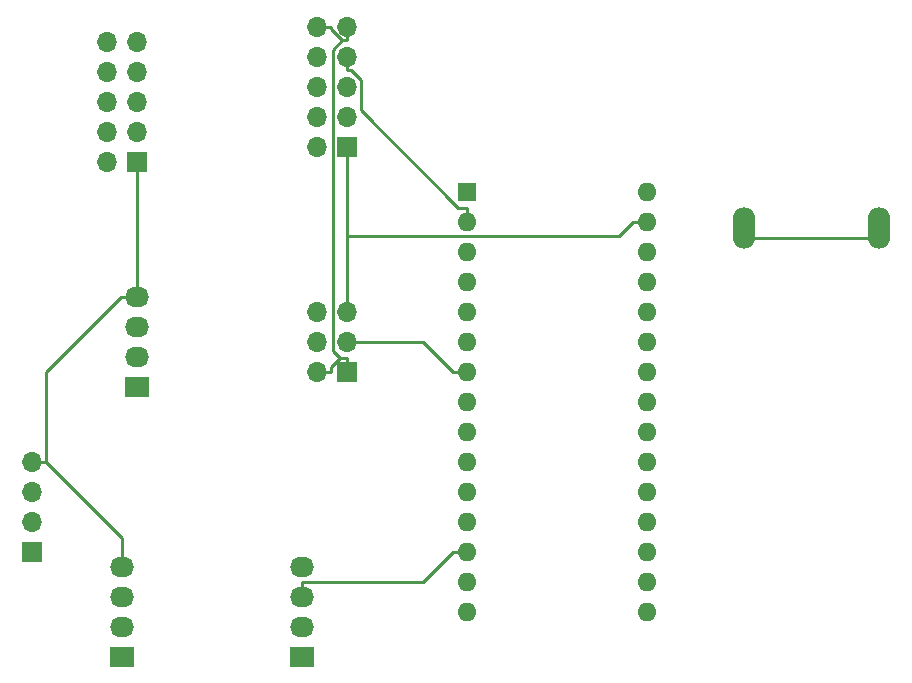
<source format=gbr>
%TF.GenerationSoftware,KiCad,Pcbnew,5.0.2-bee76a0~70~ubuntu14.04.1*%
%TF.CreationDate,2021-10-08T16:33:50+02:00*%
%TF.ProjectId,Literkarte Pong,4c697465-726b-4617-9274-6520506f6e67,rev?*%
%TF.SameCoordinates,Original*%
%TF.FileFunction,Copper,L2,Bot*%
%TF.FilePolarity,Positive*%
%FSLAX46Y46*%
G04 Gerber Fmt 4.6, Leading zero omitted, Abs format (unit mm)*
G04 Created by KiCad (PCBNEW 5.0.2-bee76a0~70~ubuntu14.04.1) date Fr 08 Okt 2021 16:33:50 CEST*
%MOMM*%
%LPD*%
G01*
G04 APERTURE LIST*
%TA.AperFunction,ComponentPad*%
%ADD10O,1.900000X3.500000*%
%TD*%
%TA.AperFunction,ComponentPad*%
%ADD11O,2.030000X1.730000*%
%TD*%
%TA.AperFunction,ComponentPad*%
%ADD12R,2.030000X1.730000*%
%TD*%
%TA.AperFunction,ComponentPad*%
%ADD13O,1.700000X1.700000*%
%TD*%
%TA.AperFunction,ComponentPad*%
%ADD14R,1.700000X1.700000*%
%TD*%
%TA.AperFunction,ComponentPad*%
%ADD15O,1.600000X1.600000*%
%TD*%
%TA.AperFunction,ComponentPad*%
%ADD16R,1.600000X1.600000*%
%TD*%
%TA.AperFunction,Conductor*%
%ADD17C,0.250000*%
%TD*%
G04 APERTURE END LIST*
D10*
%TO.P,J8,5*%
%TO.N,Net-(J8-Pad5)*%
X198740000Y-108500000D03*
X187340000Y-108500000D03*
%TD*%
D11*
%TO.P,J7,4*%
%TO.N,GND*%
X135890000Y-114300000D03*
%TO.P,J7,3*%
%TO.N,Net-(A1-Pad5)*%
X135890000Y-116840000D03*
%TO.P,J7,2*%
%TO.N,Net-(A1-Pad6)*%
X135890000Y-119380000D03*
D12*
%TO.P,J7,1*%
%TO.N,VCC*%
X135890000Y-121920000D03*
%TD*%
D13*
%TO.P,J6,10*%
%TO.N,VCC*%
X151130000Y-91440000D03*
%TO.P,J6,9*%
X153670000Y-91440000D03*
%TO.P,J6,8*%
%TO.N,Net-(A1-Pad2)*%
X151130000Y-93980000D03*
%TO.P,J6,7*%
X153670000Y-93980000D03*
%TO.P,J6,6*%
%TO.N,Net-(J3-Pad5)*%
X151130000Y-96520000D03*
%TO.P,J6,5*%
X153670000Y-96520000D03*
%TO.P,J6,4*%
%TO.N,Net-(J6-Pad3)*%
X151130000Y-99060000D03*
%TO.P,J6,3*%
X153670000Y-99060000D03*
%TO.P,J6,2*%
%TO.N,GND*%
X151130000Y-101600000D03*
D14*
%TO.P,J6,1*%
X153670000Y-101600000D03*
%TD*%
D13*
%TO.P,J5,6*%
%TO.N,GND*%
X151130000Y-115570000D03*
%TO.P,J5,5*%
X153670000Y-115570000D03*
%TO.P,J5,4*%
%TO.N,Net-(A1-Pad7)*%
X151130000Y-118110000D03*
%TO.P,J5,3*%
X153670000Y-118110000D03*
%TO.P,J5,2*%
%TO.N,VCC*%
X151130000Y-120650000D03*
D14*
%TO.P,J5,1*%
X153670000Y-120650000D03*
%TD*%
D13*
%TO.P,J4,4*%
%TO.N,GND*%
X127000000Y-128270000D03*
%TO.P,J4,3*%
%TO.N,Net-(A1-Pad8)*%
X127000000Y-130810000D03*
%TO.P,J4,2*%
%TO.N,Net-(A1-Pad9)*%
X127000000Y-133350000D03*
D14*
%TO.P,J4,1*%
%TO.N,VCC*%
X127000000Y-135890000D03*
%TD*%
D13*
%TO.P,J3,10*%
%TO.N,VCC*%
X133350000Y-92710000D03*
%TO.P,J3,9*%
X135890000Y-92710000D03*
%TO.P,J3,8*%
%TO.N,Net-(A1-Pad1)*%
X133350000Y-95250000D03*
%TO.P,J3,7*%
X135890000Y-95250000D03*
%TO.P,J3,6*%
%TO.N,Net-(J3-Pad5)*%
X133350000Y-97790000D03*
%TO.P,J3,5*%
X135890000Y-97790000D03*
%TO.P,J3,4*%
%TO.N,Net-(J3-Pad3)*%
X133350000Y-100330000D03*
%TO.P,J3,3*%
X135890000Y-100330000D03*
%TO.P,J3,2*%
%TO.N,GND*%
X133350000Y-102870000D03*
D14*
%TO.P,J3,1*%
X135890000Y-102870000D03*
%TD*%
D11*
%TO.P,J2,4*%
%TO.N,GND*%
X134620000Y-137160000D03*
%TO.P,J2,3*%
%TO.N,Net-(A1-Pad10)*%
X134620000Y-139700000D03*
%TO.P,J2,2*%
%TO.N,Net-(A1-Pad11)*%
X134620000Y-142240000D03*
D12*
%TO.P,J2,1*%
%TO.N,VCC*%
X134620000Y-144780000D03*
%TD*%
D11*
%TO.P,J1,4*%
%TO.N,GND*%
X149860000Y-137160000D03*
%TO.P,J1,3*%
%TO.N,Net-(A1-Pad13)*%
X149860000Y-139700000D03*
%TO.P,J1,2*%
%TO.N,Net-(A1-Pad12)*%
X149860000Y-142240000D03*
D12*
%TO.P,J1,1*%
%TO.N,VCC*%
X149860000Y-144780000D03*
%TD*%
D15*
%TO.P,A1,16*%
%TO.N,Net-(A1-Pad16)*%
X179070000Y-140970000D03*
%TO.P,A1,15*%
%TO.N,Net-(A1-Pad15)*%
X163830000Y-140970000D03*
%TO.P,A1,30*%
%TO.N,Net-(A1-Pad30)*%
X179070000Y-105410000D03*
%TO.P,A1,14*%
%TO.N,Net-(A1-Pad14)*%
X163830000Y-138430000D03*
%TO.P,A1,29*%
%TO.N,GND*%
X179070000Y-107950000D03*
%TO.P,A1,13*%
%TO.N,Net-(A1-Pad13)*%
X163830000Y-135890000D03*
%TO.P,A1,28*%
%TO.N,Net-(A1-Pad28)*%
X179070000Y-110490000D03*
%TO.P,A1,12*%
%TO.N,Net-(A1-Pad12)*%
X163830000Y-133350000D03*
%TO.P,A1,27*%
%TO.N,VCC*%
X179070000Y-113030000D03*
%TO.P,A1,11*%
%TO.N,Net-(A1-Pad11)*%
X163830000Y-130810000D03*
%TO.P,A1,26*%
%TO.N,Net-(A1-Pad26)*%
X179070000Y-115570000D03*
%TO.P,A1,10*%
%TO.N,Net-(A1-Pad10)*%
X163830000Y-128270000D03*
%TO.P,A1,25*%
%TO.N,Net-(A1-Pad25)*%
X179070000Y-118110000D03*
%TO.P,A1,9*%
%TO.N,Net-(A1-Pad9)*%
X163830000Y-125730000D03*
%TO.P,A1,24*%
%TO.N,Net-(A1-Pad24)*%
X179070000Y-120650000D03*
%TO.P,A1,8*%
%TO.N,Net-(A1-Pad8)*%
X163830000Y-123190000D03*
%TO.P,A1,23*%
%TO.N,Net-(A1-Pad23)*%
X179070000Y-123190000D03*
%TO.P,A1,7*%
%TO.N,Net-(A1-Pad7)*%
X163830000Y-120650000D03*
%TO.P,A1,22*%
%TO.N,Net-(A1-Pad22)*%
X179070000Y-125730000D03*
%TO.P,A1,6*%
%TO.N,Net-(A1-Pad6)*%
X163830000Y-118110000D03*
%TO.P,A1,21*%
%TO.N,Net-(A1-Pad21)*%
X179070000Y-128270000D03*
%TO.P,A1,5*%
%TO.N,Net-(A1-Pad5)*%
X163830000Y-115570000D03*
%TO.P,A1,20*%
%TO.N,Net-(A1-Pad20)*%
X179070000Y-130810000D03*
%TO.P,A1,4*%
%TO.N,Net-(A1-Pad4)*%
X163830000Y-113030000D03*
%TO.P,A1,19*%
%TO.N,Net-(A1-Pad19)*%
X179070000Y-133350000D03*
%TO.P,A1,3*%
%TO.N,Net-(A1-Pad3)*%
X163830000Y-110490000D03*
%TO.P,A1,18*%
%TO.N,Net-(A1-Pad18)*%
X179070000Y-135890000D03*
%TO.P,A1,2*%
%TO.N,Net-(A1-Pad2)*%
X163830000Y-107950000D03*
%TO.P,A1,17*%
%TO.N,Net-(A1-Pad17)*%
X179070000Y-138430000D03*
D16*
%TO.P,A1,1*%
%TO.N,Net-(A1-Pad1)*%
X163830000Y-105410000D03*
%TD*%
D17*
%TO.N,GND*%
X153670000Y-109140600D02*
X153670000Y-101600000D01*
X153670000Y-115570000D02*
X153670000Y-109140600D01*
X177944700Y-107950000D02*
X176754100Y-109140600D01*
X176754100Y-109140600D02*
X153670000Y-109140600D01*
X179070000Y-107950000D02*
X177944700Y-107950000D01*
X128175300Y-128270000D02*
X134620000Y-134714700D01*
X134620000Y-134714700D02*
X134620000Y-137160000D01*
X128175300Y-128270000D02*
X128175300Y-120674400D01*
X128175300Y-120674400D02*
X134549700Y-114300000D01*
X127000000Y-128270000D02*
X128175300Y-128270000D01*
X135890000Y-114300000D02*
X134549700Y-114300000D01*
X135890000Y-102870000D02*
X135890000Y-114300000D01*
%TO.N,Net-(A1-Pad13)*%
X163830000Y-135890000D02*
X162704700Y-135890000D01*
X149860000Y-139700000D02*
X149860000Y-138509700D01*
X162704700Y-135890000D02*
X160085000Y-138509700D01*
X160085000Y-138509700D02*
X149860000Y-138509700D01*
%TO.N,VCC*%
X153302700Y-92615300D02*
X153670000Y-92615300D01*
X153084100Y-119474700D02*
X152494700Y-118885300D01*
X152494700Y-118885300D02*
X152494700Y-93423300D01*
X152494700Y-93423300D02*
X153302700Y-92615300D01*
X153302700Y-92615300D02*
X152305300Y-91617900D01*
X152305300Y-91617900D02*
X152305300Y-91440000D01*
X151130000Y-91440000D02*
X152305300Y-91440000D01*
X153670000Y-119474700D02*
X153084100Y-119474700D01*
X153084100Y-119474700D02*
X152305300Y-120253500D01*
X152305300Y-120253500D02*
X152305300Y-120650000D01*
X151130000Y-120650000D02*
X152305300Y-120650000D01*
X153670000Y-120650000D02*
X153670000Y-119474700D01*
X153670000Y-91440000D02*
X153670000Y-92615300D01*
%TO.N,Net-(A1-Pad7)*%
X163830000Y-120650000D02*
X162704700Y-120650000D01*
X162704700Y-120650000D02*
X160164700Y-118110000D01*
X160164700Y-118110000D02*
X153670000Y-118110000D01*
%TO.N,Net-(A1-Pad2)*%
X153670000Y-93980000D02*
X153670000Y-95155300D01*
X163830000Y-107950000D02*
X163830000Y-106824700D01*
X163830000Y-106824700D02*
X163126600Y-106824700D01*
X163126600Y-106824700D02*
X154845300Y-98543400D01*
X154845300Y-98543400D02*
X154845300Y-95963200D01*
X154845300Y-95963200D02*
X154037400Y-95155300D01*
X154037400Y-95155300D02*
X153670000Y-95155300D01*
%TO.N,Net-(J8-Pad5)*%
X188217900Y-109377900D02*
X197862100Y-109377900D01*
%TD*%
M02*

</source>
